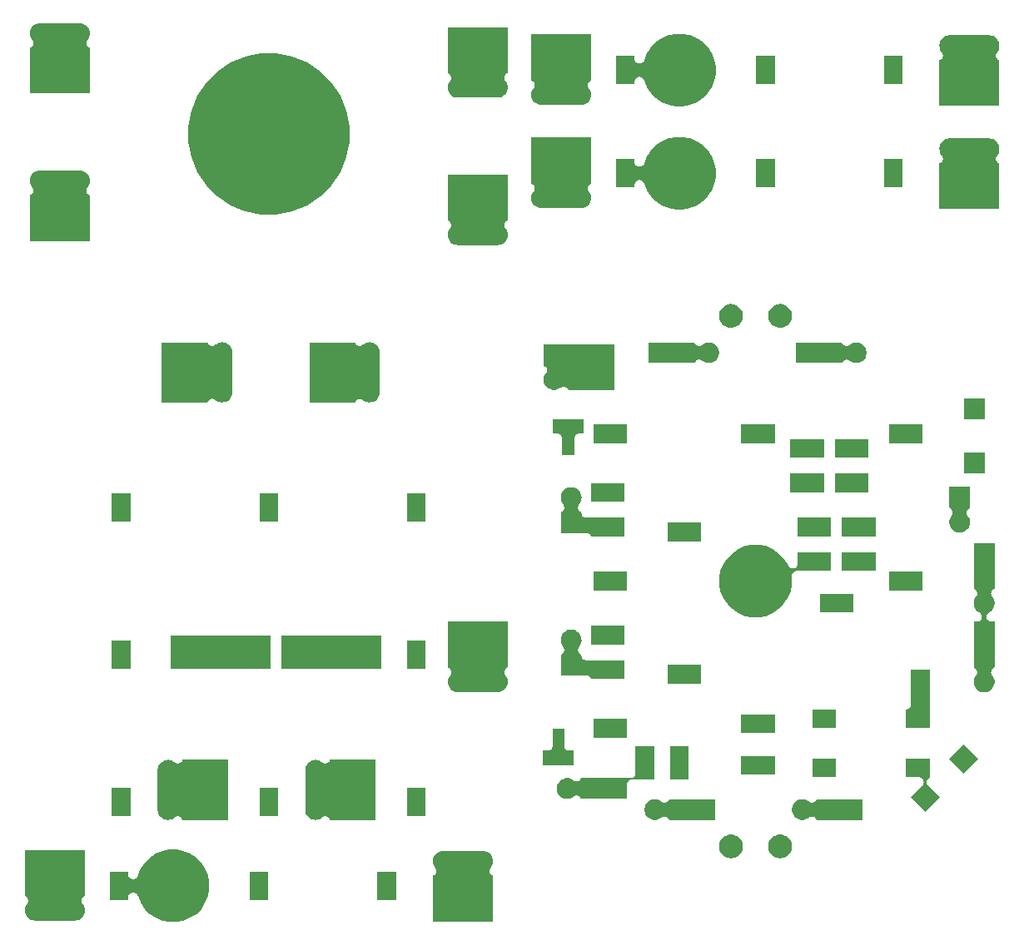
<source format=gbr>
G04 #@! TF.GenerationSoftware,KiCad,Pcbnew,(5.0.0-3-g5ebb6b6)*
G04 #@! TF.CreationDate,2019-01-04T11:31:46+03:00*
G04 #@! TF.ProjectId,uad,7561642E6B696361645F706362000000,rev?*
G04 #@! TF.SameCoordinates,Original*
G04 #@! TF.FileFunction,Soldermask,Bot*
G04 #@! TF.FilePolarity,Negative*
%FSLAX46Y46*%
G04 Gerber Fmt 4.6, Leading zero omitted, Abs format (unit mm)*
G04 Created by KiCad (PCBNEW (5.0.0-3-g5ebb6b6)) date *
%MOMM*%
%LPD*%
G01*
G04 APERTURE LIST*
%ADD10C,0.100000*%
G04 APERTURE END LIST*
D10*
G36*
X86579250Y-139942189D02*
X87252607Y-140221102D01*
X87858613Y-140626022D01*
X88373978Y-141141387D01*
X88778898Y-141747393D01*
X89057811Y-142420750D01*
X89200000Y-143135582D01*
X89200000Y-143864418D01*
X89057811Y-144579250D01*
X88778898Y-145252607D01*
X88373978Y-145858613D01*
X87858613Y-146373978D01*
X87252607Y-146778898D01*
X86579250Y-147057811D01*
X85864418Y-147200000D01*
X85135582Y-147200000D01*
X84420750Y-147057811D01*
X83747393Y-146778898D01*
X83141387Y-146373978D01*
X82626022Y-145858613D01*
X82221102Y-145252607D01*
X82180731Y-145155143D01*
X81942190Y-144579253D01*
X81942189Y-144579250D01*
X81940391Y-144570212D01*
X81911940Y-144476422D01*
X81865735Y-144389978D01*
X81803554Y-144314210D01*
X81727785Y-144252028D01*
X81641342Y-144205823D01*
X81547546Y-144177370D01*
X81450000Y-144167763D01*
X81352455Y-144177370D01*
X81258659Y-144205823D01*
X81172215Y-144252028D01*
X81096447Y-144314209D01*
X81034265Y-144389978D01*
X80988060Y-144476421D01*
X80959607Y-144570217D01*
X80950000Y-144667763D01*
X80950000Y-144950000D01*
X79050000Y-144950000D01*
X79050000Y-142050000D01*
X80950000Y-142050000D01*
X80950000Y-142332237D01*
X80959607Y-142429782D01*
X80988060Y-142523579D01*
X81034265Y-142610022D01*
X81096447Y-142685790D01*
X81172215Y-142747972D01*
X81258658Y-142794177D01*
X81352455Y-142822630D01*
X81450000Y-142832237D01*
X81547545Y-142822630D01*
X81641342Y-142794177D01*
X81727785Y-142747972D01*
X81803553Y-142685790D01*
X81865735Y-142610022D01*
X81911940Y-142523579D01*
X81940391Y-142429788D01*
X81942189Y-142420750D01*
X81989225Y-142307196D01*
X82221102Y-141747393D01*
X82450709Y-141403762D01*
X82626022Y-141141387D01*
X83141387Y-140626022D01*
X83747393Y-140221102D01*
X84420750Y-139942189D01*
X85135582Y-139800000D01*
X85864418Y-139800000D01*
X86579250Y-139942189D01*
X86579250Y-139942189D01*
G37*
G36*
X117205836Y-139965193D02*
X117403762Y-140025233D01*
X117586171Y-140122733D01*
X117746054Y-140253946D01*
X117877267Y-140413829D01*
X117974767Y-140596238D01*
X118034807Y-140794164D01*
X118055080Y-141000000D01*
X118034807Y-141205836D01*
X117974767Y-141403762D01*
X117877267Y-141586171D01*
X117806166Y-141672808D01*
X117751714Y-141754301D01*
X117714204Y-141844857D01*
X117695082Y-141940991D01*
X117695082Y-142039008D01*
X117714204Y-142135142D01*
X117751713Y-142225698D01*
X117806168Y-142307196D01*
X117875477Y-142376505D01*
X117956975Y-142430960D01*
X118047531Y-142468470D01*
X118050000Y-142468961D01*
X118050000Y-147130000D01*
X111950000Y-147130000D01*
X111950000Y-142466703D01*
X111998668Y-142451940D01*
X112085111Y-142405735D01*
X112160879Y-142343553D01*
X112223061Y-142267785D01*
X112269266Y-142181342D01*
X112297719Y-142087545D01*
X112307326Y-141990000D01*
X112297719Y-141892455D01*
X112269266Y-141798658D01*
X112223061Y-141712215D01*
X112193838Y-141672812D01*
X112122733Y-141586171D01*
X112025233Y-141403762D01*
X111965193Y-141205836D01*
X111944920Y-141000000D01*
X111965193Y-140794164D01*
X112025233Y-140596238D01*
X112122733Y-140413829D01*
X112253946Y-140253946D01*
X112413829Y-140122733D01*
X112596238Y-140025233D01*
X112794164Y-139965193D01*
X112948422Y-139950000D01*
X117051578Y-139950000D01*
X117205836Y-139965193D01*
X117205836Y-139965193D01*
G37*
G36*
X76550000Y-144533297D02*
X76501332Y-144548060D01*
X76414889Y-144594265D01*
X76339121Y-144656447D01*
X76276939Y-144732215D01*
X76230734Y-144818658D01*
X76202281Y-144912455D01*
X76192674Y-145010000D01*
X76202281Y-145107545D01*
X76230734Y-145201342D01*
X76276939Y-145287785D01*
X76306162Y-145327188D01*
X76377267Y-145413829D01*
X76474767Y-145596238D01*
X76534807Y-145794164D01*
X76555080Y-146000000D01*
X76534807Y-146205836D01*
X76474767Y-146403762D01*
X76377267Y-146586171D01*
X76246054Y-146746054D01*
X76086171Y-146877267D01*
X75903762Y-146974767D01*
X75705836Y-147034807D01*
X75551578Y-147050000D01*
X71448422Y-147050000D01*
X71294164Y-147034807D01*
X71096238Y-146974767D01*
X70913829Y-146877267D01*
X70753946Y-146746054D01*
X70622733Y-146586171D01*
X70525233Y-146403762D01*
X70465193Y-146205836D01*
X70444920Y-146000000D01*
X70465193Y-145794164D01*
X70525233Y-145596238D01*
X70622733Y-145413829D01*
X70693834Y-145327192D01*
X70748286Y-145245699D01*
X70785796Y-145155143D01*
X70804918Y-145059009D01*
X70804918Y-144960992D01*
X70785796Y-144864858D01*
X70748287Y-144774302D01*
X70693832Y-144692804D01*
X70624523Y-144623495D01*
X70543025Y-144569040D01*
X70452469Y-144531530D01*
X70450000Y-144531039D01*
X70450000Y-139870000D01*
X76550000Y-139870000D01*
X76550000Y-144533297D01*
X76550000Y-144533297D01*
G37*
G36*
X108200000Y-144950000D02*
X106300000Y-144950000D01*
X106300000Y-142050000D01*
X108200000Y-142050000D01*
X108200000Y-144950000D01*
X108200000Y-144950000D01*
G37*
G36*
X95200000Y-144950000D02*
X93300000Y-144950000D01*
X93300000Y-142050000D01*
X95200000Y-142050000D01*
X95200000Y-144950000D01*
X95200000Y-144950000D01*
G37*
G36*
X147460925Y-138318446D02*
X147600030Y-138346116D01*
X147818413Y-138436573D01*
X148014958Y-138567900D01*
X148182100Y-138735042D01*
X148313427Y-138931587D01*
X148403884Y-139149970D01*
X148450000Y-139381812D01*
X148450000Y-139618188D01*
X148403884Y-139850030D01*
X148313427Y-140068413D01*
X148182100Y-140264958D01*
X148014958Y-140432100D01*
X147818413Y-140563427D01*
X147600030Y-140653884D01*
X147460925Y-140681554D01*
X147368190Y-140700000D01*
X147131810Y-140700000D01*
X147039075Y-140681554D01*
X146899970Y-140653884D01*
X146681587Y-140563427D01*
X146485042Y-140432100D01*
X146317900Y-140264958D01*
X146186573Y-140068413D01*
X146096116Y-139850030D01*
X146050000Y-139618188D01*
X146050000Y-139381812D01*
X146096116Y-139149970D01*
X146186573Y-138931587D01*
X146317900Y-138735042D01*
X146485042Y-138567900D01*
X146681587Y-138436573D01*
X146899970Y-138346116D01*
X147039075Y-138318446D01*
X147131810Y-138300000D01*
X147368190Y-138300000D01*
X147460925Y-138318446D01*
X147460925Y-138318446D01*
G37*
G36*
X142460925Y-138318446D02*
X142600030Y-138346116D01*
X142818413Y-138436573D01*
X143014958Y-138567900D01*
X143182100Y-138735042D01*
X143313427Y-138931587D01*
X143403884Y-139149970D01*
X143450000Y-139381812D01*
X143450000Y-139618188D01*
X143403884Y-139850030D01*
X143313427Y-140068413D01*
X143182100Y-140264958D01*
X143014958Y-140432100D01*
X142818413Y-140563427D01*
X142600030Y-140653884D01*
X142460925Y-140681554D01*
X142368190Y-140700000D01*
X142131810Y-140700000D01*
X142039075Y-140681554D01*
X141899970Y-140653884D01*
X141681587Y-140563427D01*
X141485042Y-140432100D01*
X141317900Y-140264958D01*
X141186573Y-140068413D01*
X141096116Y-139850030D01*
X141050000Y-139618188D01*
X141050000Y-139381812D01*
X141096116Y-139149970D01*
X141186573Y-138931587D01*
X141317900Y-138735042D01*
X141485042Y-138567900D01*
X141681587Y-138436573D01*
X141899970Y-138346116D01*
X142039075Y-138318446D01*
X142131810Y-138300000D01*
X142368190Y-138300000D01*
X142460925Y-138318446D01*
X142460925Y-138318446D01*
G37*
G36*
X85205835Y-130715193D02*
X85403761Y-130775233D01*
X85586171Y-130872733D01*
X85672810Y-130943836D01*
X85754303Y-130998287D01*
X85844859Y-131035796D01*
X85940993Y-131054918D01*
X86039010Y-131054918D01*
X86135143Y-131035796D01*
X86225699Y-130998286D01*
X86307198Y-130943831D01*
X86376506Y-130874522D01*
X86430961Y-130793023D01*
X86468470Y-130702467D01*
X86468836Y-130700000D01*
X91130000Y-130700000D01*
X91130000Y-136800000D01*
X86466703Y-136800000D01*
X86451940Y-136751332D01*
X86405735Y-136664889D01*
X86343553Y-136589121D01*
X86267785Y-136526939D01*
X86181342Y-136480734D01*
X86087545Y-136452281D01*
X85990000Y-136442674D01*
X85892455Y-136452281D01*
X85798658Y-136480734D01*
X85712215Y-136526939D01*
X85672812Y-136556162D01*
X85586171Y-136627267D01*
X85403762Y-136724767D01*
X85205836Y-136784807D01*
X85000000Y-136805080D01*
X84794165Y-136784807D01*
X84596239Y-136724767D01*
X84413830Y-136627267D01*
X84253947Y-136496054D01*
X84122734Y-136336171D01*
X84025234Y-136153762D01*
X83965194Y-135955836D01*
X83950001Y-135801578D01*
X83950000Y-131698423D01*
X83965193Y-131544165D01*
X84025233Y-131346239D01*
X84122733Y-131163829D01*
X84253946Y-131003946D01*
X84413829Y-130872733D01*
X84596238Y-130775233D01*
X84794164Y-130715193D01*
X85000000Y-130694920D01*
X85205835Y-130715193D01*
X85205835Y-130715193D01*
G37*
G36*
X100205835Y-130715193D02*
X100403761Y-130775233D01*
X100586171Y-130872733D01*
X100672810Y-130943836D01*
X100754303Y-130998287D01*
X100844859Y-131035796D01*
X100940993Y-131054918D01*
X101039010Y-131054918D01*
X101135143Y-131035796D01*
X101225699Y-130998286D01*
X101307198Y-130943831D01*
X101376506Y-130874522D01*
X101430961Y-130793023D01*
X101468470Y-130702467D01*
X101468836Y-130700000D01*
X106130000Y-130700000D01*
X106130000Y-136800000D01*
X101466703Y-136800000D01*
X101451940Y-136751332D01*
X101405735Y-136664889D01*
X101343553Y-136589121D01*
X101267785Y-136526939D01*
X101181342Y-136480734D01*
X101087545Y-136452281D01*
X100990000Y-136442674D01*
X100892455Y-136452281D01*
X100798658Y-136480734D01*
X100712215Y-136526939D01*
X100672812Y-136556162D01*
X100586171Y-136627267D01*
X100403762Y-136724767D01*
X100205836Y-136784807D01*
X100000000Y-136805080D01*
X99794165Y-136784807D01*
X99596239Y-136724767D01*
X99413830Y-136627267D01*
X99253947Y-136496054D01*
X99122734Y-136336171D01*
X99025234Y-136153762D01*
X98965194Y-135955836D01*
X98950001Y-135801578D01*
X98950000Y-131698423D01*
X98965193Y-131544165D01*
X99025233Y-131346239D01*
X99122733Y-131163829D01*
X99253946Y-131003946D01*
X99413829Y-130872733D01*
X99596238Y-130775233D01*
X99794164Y-130715193D01*
X100000000Y-130694920D01*
X100205835Y-130715193D01*
X100205835Y-130715193D01*
G37*
G36*
X149806274Y-134740350D02*
X149997362Y-134819502D01*
X150169336Y-134934411D01*
X150169337Y-134934412D01*
X150208014Y-134960255D01*
X150212215Y-134963703D01*
X150298658Y-135009908D01*
X150392455Y-135038361D01*
X150490000Y-135047968D01*
X150587545Y-135038361D01*
X150681342Y-135009908D01*
X150767785Y-134963703D01*
X150843553Y-134901521D01*
X150905735Y-134825753D01*
X150951940Y-134739310D01*
X150963865Y-134700000D01*
X155630000Y-134700000D01*
X155630000Y-136800000D01*
X150963865Y-136800000D01*
X150951940Y-136760690D01*
X150905735Y-136674247D01*
X150843553Y-136598479D01*
X150767785Y-136536297D01*
X150681342Y-136490092D01*
X150587545Y-136461639D01*
X150490000Y-136452032D01*
X150392455Y-136461639D01*
X150298658Y-136490092D01*
X150212215Y-136536297D01*
X150208014Y-136539745D01*
X150169337Y-136565588D01*
X150169336Y-136565589D01*
X149997362Y-136680498D01*
X149806274Y-136759650D01*
X149603416Y-136800000D01*
X149396584Y-136800000D01*
X149193726Y-136759650D01*
X149002638Y-136680498D01*
X148830664Y-136565589D01*
X148830662Y-136565587D01*
X148830659Y-136565585D01*
X148684415Y-136419341D01*
X148684413Y-136419338D01*
X148684411Y-136419336D01*
X148569502Y-136247362D01*
X148490350Y-136056274D01*
X148450000Y-135853416D01*
X148450000Y-135646584D01*
X148490350Y-135443726D01*
X148569502Y-135252638D01*
X148684411Y-135080664D01*
X148684413Y-135080662D01*
X148684415Y-135080659D01*
X148830659Y-134934415D01*
X148830662Y-134934413D01*
X148830664Y-134934411D01*
X149002638Y-134819502D01*
X149193726Y-134740350D01*
X149396584Y-134700000D01*
X149603416Y-134700000D01*
X149806274Y-134740350D01*
X149806274Y-134740350D01*
G37*
G36*
X134806274Y-134740350D02*
X134997362Y-134819502D01*
X135169336Y-134934411D01*
X135169337Y-134934412D01*
X135208014Y-134960255D01*
X135212215Y-134963703D01*
X135298658Y-135009908D01*
X135392455Y-135038361D01*
X135490000Y-135047968D01*
X135587545Y-135038361D01*
X135681342Y-135009908D01*
X135767785Y-134963703D01*
X135843553Y-134901521D01*
X135905735Y-134825753D01*
X135951940Y-134739310D01*
X135963865Y-134700000D01*
X140630000Y-134700000D01*
X140630000Y-136800000D01*
X135963865Y-136800000D01*
X135951940Y-136760690D01*
X135905735Y-136674247D01*
X135843553Y-136598479D01*
X135767785Y-136536297D01*
X135681342Y-136490092D01*
X135587545Y-136461639D01*
X135490000Y-136452032D01*
X135392455Y-136461639D01*
X135298658Y-136490092D01*
X135212215Y-136536297D01*
X135208014Y-136539745D01*
X135169337Y-136565588D01*
X135169336Y-136565589D01*
X134997362Y-136680498D01*
X134806274Y-136759650D01*
X134603416Y-136800000D01*
X134396584Y-136800000D01*
X134193726Y-136759650D01*
X134002638Y-136680498D01*
X133830664Y-136565589D01*
X133830662Y-136565587D01*
X133830659Y-136565585D01*
X133684415Y-136419341D01*
X133684413Y-136419338D01*
X133684411Y-136419336D01*
X133569502Y-136247362D01*
X133490350Y-136056274D01*
X133450000Y-135853416D01*
X133450000Y-135646584D01*
X133490350Y-135443726D01*
X133569502Y-135252638D01*
X133684411Y-135080664D01*
X133684413Y-135080662D01*
X133684415Y-135080659D01*
X133830659Y-134934415D01*
X133830662Y-134934413D01*
X133830664Y-134934411D01*
X134002638Y-134819502D01*
X134193726Y-134740350D01*
X134396584Y-134700000D01*
X134603416Y-134700000D01*
X134806274Y-134740350D01*
X134806274Y-134740350D01*
G37*
G36*
X111200000Y-136450000D02*
X109300000Y-136450000D01*
X109300000Y-133550000D01*
X111200000Y-133550000D01*
X111200000Y-136450000D01*
X111200000Y-136450000D01*
G37*
G36*
X81200000Y-136450000D02*
X79300000Y-136450000D01*
X79300000Y-133550000D01*
X81200000Y-133550000D01*
X81200000Y-136450000D01*
X81200000Y-136450000D01*
G37*
G36*
X96200000Y-136450000D02*
X94300000Y-136450000D01*
X94300000Y-133550000D01*
X96200000Y-133550000D01*
X96200000Y-136450000D01*
X96200000Y-136450000D01*
G37*
G36*
X162450000Y-132488428D02*
X162364246Y-132534265D01*
X162288478Y-132596447D01*
X162226296Y-132672215D01*
X162180091Y-132758658D01*
X162151638Y-132852455D01*
X162142031Y-132950000D01*
X162151638Y-133047545D01*
X162180091Y-133141342D01*
X162226296Y-133227785D01*
X162288478Y-133303553D01*
X163484925Y-134500000D01*
X162000000Y-135984925D01*
X160515075Y-134500000D01*
X161711522Y-133303553D01*
X161773704Y-133227785D01*
X161819909Y-133141342D01*
X161848362Y-133047545D01*
X161857969Y-132950000D01*
X161848362Y-132852455D01*
X161819909Y-132758658D01*
X161773704Y-132672215D01*
X161711522Y-132596447D01*
X161635754Y-132534265D01*
X161549311Y-132488060D01*
X161455514Y-132459607D01*
X161357969Y-132450000D01*
X160050000Y-132450000D01*
X160050000Y-130550000D01*
X162450000Y-130550000D01*
X162450000Y-132488428D01*
X162450000Y-132488428D01*
G37*
G36*
X134450000Y-132700000D02*
X132150000Y-132700000D01*
X132052455Y-132709607D01*
X131958658Y-132738060D01*
X131872215Y-132784265D01*
X131796447Y-132846447D01*
X131734265Y-132922215D01*
X131688060Y-133008658D01*
X131659607Y-133102455D01*
X131650000Y-133200000D01*
X131650000Y-134650000D01*
X127015563Y-134650000D01*
X127011940Y-134638058D01*
X126965735Y-134551615D01*
X126903553Y-134475847D01*
X126827785Y-134413665D01*
X126741342Y-134367460D01*
X126647545Y-134339007D01*
X126550000Y-134329400D01*
X126452455Y-134339007D01*
X126358658Y-134367460D01*
X126272216Y-134413664D01*
X126269338Y-134415587D01*
X126269336Y-134415589D01*
X126097362Y-134530498D01*
X125906274Y-134609650D01*
X125703416Y-134650000D01*
X125496584Y-134650000D01*
X125293726Y-134609650D01*
X125102638Y-134530498D01*
X124930664Y-134415589D01*
X124930662Y-134415587D01*
X124930659Y-134415585D01*
X124784415Y-134269341D01*
X124784413Y-134269338D01*
X124784411Y-134269336D01*
X124669502Y-134097362D01*
X124590350Y-133906274D01*
X124550000Y-133703416D01*
X124550000Y-133496584D01*
X124590350Y-133293726D01*
X124669502Y-133102638D01*
X124784411Y-132930664D01*
X124784413Y-132930662D01*
X124784415Y-132930659D01*
X124930659Y-132784415D01*
X124930662Y-132784413D01*
X124930664Y-132784411D01*
X125102638Y-132669502D01*
X125293726Y-132590350D01*
X125496584Y-132550000D01*
X125703416Y-132550000D01*
X125906274Y-132590350D01*
X126097362Y-132669502D01*
X126269336Y-132784411D01*
X126269338Y-132784413D01*
X126272216Y-132786336D01*
X126358660Y-132832540D01*
X126452456Y-132860993D01*
X126550002Y-132870600D01*
X126647547Y-132860992D01*
X126741343Y-132832539D01*
X126827786Y-132786334D01*
X126903554Y-132724152D01*
X126965736Y-132648384D01*
X127011940Y-132561940D01*
X127015562Y-132550000D01*
X132050000Y-132550000D01*
X132147545Y-132540393D01*
X132241342Y-132511940D01*
X132327785Y-132465735D01*
X132403553Y-132403553D01*
X132465735Y-132327785D01*
X132511940Y-132241342D01*
X132540393Y-132147545D01*
X132550000Y-132050000D01*
X132550000Y-129300000D01*
X134450000Y-129300000D01*
X134450000Y-132700000D01*
X134450000Y-132700000D01*
G37*
G36*
X137950000Y-132700000D02*
X136050000Y-132700000D01*
X136050000Y-129300000D01*
X137950000Y-129300000D01*
X137950000Y-132700000D01*
X137950000Y-132700000D01*
G37*
G36*
X152950000Y-132450000D02*
X150550000Y-132450000D01*
X150550000Y-130550000D01*
X152950000Y-130550000D01*
X152950000Y-132450000D01*
X152950000Y-132450000D01*
G37*
G36*
X146700000Y-132200000D02*
X143300000Y-132200000D01*
X143300000Y-130300000D01*
X146700000Y-130300000D01*
X146700000Y-132200000D01*
X146700000Y-132200000D01*
G37*
G36*
X167374012Y-130610913D02*
X165889087Y-132095838D01*
X164404162Y-130610913D01*
X165889087Y-129125988D01*
X167374012Y-130610913D01*
X167374012Y-130610913D01*
G37*
G36*
X125300000Y-129250000D02*
X125309607Y-129347545D01*
X125338060Y-129441342D01*
X125384265Y-129527785D01*
X125446447Y-129603553D01*
X125522215Y-129665735D01*
X125608658Y-129711940D01*
X125702455Y-129740393D01*
X125800000Y-129750000D01*
X126250000Y-129750000D01*
X126250000Y-131250000D01*
X123150000Y-131250000D01*
X123150000Y-129750000D01*
X123600000Y-129750000D01*
X123697545Y-129740393D01*
X123791342Y-129711940D01*
X123877785Y-129665735D01*
X123953553Y-129603553D01*
X124015735Y-129527785D01*
X124061940Y-129441342D01*
X124090393Y-129347545D01*
X124100000Y-129250000D01*
X124100000Y-127550000D01*
X125300000Y-127550000D01*
X125300000Y-129250000D01*
X125300000Y-129250000D01*
G37*
G36*
X131700000Y-128450000D02*
X128300000Y-128450000D01*
X128300000Y-126550000D01*
X131700000Y-126550000D01*
X131700000Y-128450000D01*
X131700000Y-128450000D01*
G37*
G36*
X146700000Y-127950000D02*
X143300000Y-127950000D01*
X143300000Y-126050000D01*
X146700000Y-126050000D01*
X146700000Y-127950000D01*
X146700000Y-127950000D01*
G37*
G36*
X162450000Y-127450000D02*
X160050000Y-127450000D01*
X160050000Y-125550000D01*
X160147545Y-125540393D01*
X160241342Y-125511940D01*
X160327785Y-125465735D01*
X160403553Y-125403553D01*
X160465735Y-125327785D01*
X160511940Y-125241342D01*
X160540393Y-125147545D01*
X160550000Y-125050000D01*
X160550000Y-121550000D01*
X162450000Y-121550000D01*
X162450000Y-127450000D01*
X162450000Y-127450000D01*
G37*
G36*
X152950000Y-127450000D02*
X150550000Y-127450000D01*
X150550000Y-125550000D01*
X152950000Y-125550000D01*
X152950000Y-127450000D01*
X152950000Y-127450000D01*
G37*
G36*
X119550000Y-121283297D02*
X119501332Y-121298060D01*
X119414889Y-121344265D01*
X119339121Y-121406447D01*
X119276939Y-121482215D01*
X119230734Y-121568658D01*
X119202281Y-121662455D01*
X119192674Y-121760000D01*
X119202281Y-121857545D01*
X119230734Y-121951342D01*
X119276939Y-122037785D01*
X119306162Y-122077188D01*
X119377267Y-122163829D01*
X119474767Y-122346238D01*
X119534807Y-122544164D01*
X119555080Y-122750000D01*
X119534807Y-122955836D01*
X119474767Y-123153762D01*
X119377267Y-123336171D01*
X119246054Y-123496054D01*
X119086171Y-123627267D01*
X118903762Y-123724767D01*
X118705836Y-123784807D01*
X118551578Y-123800000D01*
X114448422Y-123800000D01*
X114294164Y-123784807D01*
X114096238Y-123724767D01*
X113913829Y-123627267D01*
X113753946Y-123496054D01*
X113622733Y-123336171D01*
X113525233Y-123153762D01*
X113465193Y-122955836D01*
X113444920Y-122750000D01*
X113465193Y-122544164D01*
X113525233Y-122346238D01*
X113622733Y-122163829D01*
X113693834Y-122077192D01*
X113748286Y-121995699D01*
X113785796Y-121905143D01*
X113804918Y-121809009D01*
X113804918Y-121710992D01*
X113785796Y-121614858D01*
X113748287Y-121524302D01*
X113693832Y-121442804D01*
X113624523Y-121373495D01*
X113543025Y-121319040D01*
X113452469Y-121281530D01*
X113450000Y-121281039D01*
X113450000Y-116620000D01*
X119550000Y-116620000D01*
X119550000Y-121283297D01*
X119550000Y-121283297D01*
G37*
G36*
X169050000Y-113286135D02*
X169010690Y-113298060D01*
X168924247Y-113344265D01*
X168848479Y-113406447D01*
X168786297Y-113482215D01*
X168740092Y-113568658D01*
X168711639Y-113662455D01*
X168702032Y-113760000D01*
X168711639Y-113857545D01*
X168740092Y-113951342D01*
X168786297Y-114037785D01*
X168789745Y-114041986D01*
X168815588Y-114080663D01*
X168815589Y-114080664D01*
X168930498Y-114252638D01*
X169009650Y-114443726D01*
X169050000Y-114646584D01*
X169050000Y-114853416D01*
X169009650Y-115056274D01*
X168930498Y-115247362D01*
X168815589Y-115419336D01*
X168815587Y-115419338D01*
X168815585Y-115419341D01*
X168669341Y-115565585D01*
X168669338Y-115565587D01*
X168669336Y-115565589D01*
X168497362Y-115680498D01*
X168497358Y-115680500D01*
X168461792Y-115704264D01*
X168386024Y-115766446D01*
X168323842Y-115842214D01*
X168277637Y-115928657D01*
X168249184Y-116022453D01*
X168239576Y-116119999D01*
X168249183Y-116217544D01*
X168277636Y-116311340D01*
X168323840Y-116397784D01*
X168386022Y-116473552D01*
X168461790Y-116535734D01*
X168548233Y-116581939D01*
X168642029Y-116610392D01*
X168739576Y-116620000D01*
X169050000Y-116620000D01*
X169050000Y-121286135D01*
X169010690Y-121298060D01*
X168924247Y-121344265D01*
X168848479Y-121406447D01*
X168786297Y-121482215D01*
X168740092Y-121568658D01*
X168711639Y-121662455D01*
X168702032Y-121760000D01*
X168711639Y-121857545D01*
X168740092Y-121951342D01*
X168786297Y-122037785D01*
X168789745Y-122041986D01*
X168815588Y-122080663D01*
X168815589Y-122080664D01*
X168930498Y-122252638D01*
X169009650Y-122443726D01*
X169050000Y-122646584D01*
X169050000Y-122853416D01*
X169009650Y-123056274D01*
X168930498Y-123247362D01*
X168815589Y-123419336D01*
X168815587Y-123419338D01*
X168815585Y-123419341D01*
X168669341Y-123565585D01*
X168669338Y-123565587D01*
X168669336Y-123565589D01*
X168497362Y-123680498D01*
X168306274Y-123759650D01*
X168103416Y-123800000D01*
X167896584Y-123800000D01*
X167693726Y-123759650D01*
X167502638Y-123680498D01*
X167330664Y-123565589D01*
X167330662Y-123565587D01*
X167330659Y-123565585D01*
X167184415Y-123419341D01*
X167184413Y-123419338D01*
X167184411Y-123419336D01*
X167069502Y-123247362D01*
X166990350Y-123056274D01*
X166950000Y-122853416D01*
X166950000Y-122646584D01*
X166990350Y-122443726D01*
X167069502Y-122252638D01*
X167184411Y-122080664D01*
X167184412Y-122080663D01*
X167210255Y-122041986D01*
X167213703Y-122037785D01*
X167259908Y-121951342D01*
X167288361Y-121857545D01*
X167297968Y-121760000D01*
X167288361Y-121662455D01*
X167259908Y-121568658D01*
X167213703Y-121482215D01*
X167151521Y-121406447D01*
X167075753Y-121344265D01*
X166989310Y-121298060D01*
X166950000Y-121286135D01*
X166950000Y-116620000D01*
X167260424Y-116620000D01*
X167357969Y-116610393D01*
X167451766Y-116581940D01*
X167538209Y-116535735D01*
X167613977Y-116473553D01*
X167676159Y-116397785D01*
X167722364Y-116311342D01*
X167750817Y-116217545D01*
X167760424Y-116120000D01*
X167750817Y-116022455D01*
X167722364Y-115928658D01*
X167676159Y-115842215D01*
X167613977Y-115766447D01*
X167538208Y-115704264D01*
X167502642Y-115680500D01*
X167502638Y-115680498D01*
X167330664Y-115565589D01*
X167330662Y-115565587D01*
X167330659Y-115565585D01*
X167184415Y-115419341D01*
X167184413Y-115419338D01*
X167184411Y-115419336D01*
X167069502Y-115247362D01*
X166990350Y-115056274D01*
X166950000Y-114853416D01*
X166950000Y-114646584D01*
X166990350Y-114443726D01*
X167069502Y-114252638D01*
X167184411Y-114080664D01*
X167184412Y-114080663D01*
X167210255Y-114041986D01*
X167213703Y-114037785D01*
X167259908Y-113951342D01*
X167288361Y-113857545D01*
X167297968Y-113760000D01*
X167288361Y-113662455D01*
X167259908Y-113568658D01*
X167213703Y-113482215D01*
X167151521Y-113406447D01*
X167075753Y-113344265D01*
X166989310Y-113298060D01*
X166950000Y-113286135D01*
X166950000Y-108620000D01*
X169050000Y-108620000D01*
X169050000Y-113286135D01*
X169050000Y-113286135D01*
G37*
G36*
X139200000Y-122950000D02*
X135800000Y-122950000D01*
X135800000Y-121050000D01*
X139200000Y-121050000D01*
X139200000Y-122950000D01*
X139200000Y-122950000D01*
G37*
G36*
X126306274Y-117490350D02*
X126497362Y-117569502D01*
X126669336Y-117684411D01*
X126669338Y-117684413D01*
X126669341Y-117684415D01*
X126815585Y-117830659D01*
X126815587Y-117830662D01*
X126815589Y-117830664D01*
X126930498Y-118002638D01*
X127009650Y-118193726D01*
X127050000Y-118396584D01*
X127059607Y-118444882D01*
X127076327Y-118500000D01*
X127059607Y-118555118D01*
X127050000Y-118603416D01*
X127009650Y-118806274D01*
X126930498Y-118997362D01*
X126821827Y-119160000D01*
X126789745Y-119208014D01*
X126786297Y-119212215D01*
X126740092Y-119298658D01*
X126711639Y-119392455D01*
X126702032Y-119490000D01*
X126711639Y-119587545D01*
X126740092Y-119681342D01*
X126786297Y-119767785D01*
X126848479Y-119843553D01*
X126924247Y-119905735D01*
X127010690Y-119951940D01*
X127050000Y-119963865D01*
X127050000Y-120050000D01*
X127059607Y-120147545D01*
X127088060Y-120241342D01*
X127134265Y-120327785D01*
X127196447Y-120403553D01*
X127272215Y-120465735D01*
X127358658Y-120511940D01*
X127452455Y-120540393D01*
X127550000Y-120550000D01*
X131450000Y-120550000D01*
X131450000Y-122450000D01*
X128027514Y-122450000D01*
X128011940Y-122398658D01*
X127965735Y-122312215D01*
X127903553Y-122236447D01*
X127827785Y-122174265D01*
X127741342Y-122128060D01*
X127647545Y-122099607D01*
X127550000Y-122090000D01*
X124950000Y-122090000D01*
X124950000Y-119963865D01*
X124989310Y-119951940D01*
X125075753Y-119905735D01*
X125151521Y-119843553D01*
X125213703Y-119767785D01*
X125259908Y-119681342D01*
X125288361Y-119587545D01*
X125297968Y-119490000D01*
X125288361Y-119392455D01*
X125259908Y-119298658D01*
X125213703Y-119212215D01*
X125210255Y-119208014D01*
X125178173Y-119160000D01*
X125069502Y-118997362D01*
X124990350Y-118806274D01*
X124950000Y-118603416D01*
X124950000Y-118396584D01*
X124990350Y-118193726D01*
X125069502Y-118002638D01*
X125184411Y-117830664D01*
X125184413Y-117830662D01*
X125184415Y-117830659D01*
X125330659Y-117684415D01*
X125330662Y-117684413D01*
X125330664Y-117684411D01*
X125502638Y-117569502D01*
X125693726Y-117490350D01*
X125896584Y-117450000D01*
X126103416Y-117450000D01*
X126306274Y-117490350D01*
X126306274Y-117490350D01*
G37*
G36*
X81200000Y-121450000D02*
X79300000Y-121450000D01*
X79300000Y-118550000D01*
X81200000Y-118550000D01*
X81200000Y-121450000D01*
X81200000Y-121450000D01*
G37*
G36*
X95450000Y-121450000D02*
X85300000Y-121450000D01*
X85300000Y-118050000D01*
X95450000Y-118050000D01*
X95450000Y-121450000D01*
X95450000Y-121450000D01*
G37*
G36*
X106700000Y-121450000D02*
X96550000Y-121450000D01*
X96550000Y-118050000D01*
X106700000Y-118050000D01*
X106700000Y-121450000D01*
X106700000Y-121450000D01*
G37*
G36*
X111200000Y-121450000D02*
X109300000Y-121450000D01*
X109300000Y-118550000D01*
X111200000Y-118550000D01*
X111200000Y-121450000D01*
X111200000Y-121450000D01*
G37*
G36*
X131450000Y-118950000D02*
X128050000Y-118950000D01*
X128050000Y-118652662D01*
X128040393Y-118555117D01*
X128023673Y-118499999D01*
X128040392Y-118444884D01*
X128050000Y-118347338D01*
X128050000Y-117050000D01*
X131450000Y-117050000D01*
X131450000Y-118950000D01*
X131450000Y-118950000D01*
G37*
G36*
X145829250Y-108942189D02*
X146502607Y-109221102D01*
X147108613Y-109626022D01*
X147623978Y-110141387D01*
X148028898Y-110747393D01*
X148088060Y-110890224D01*
X148134265Y-110976667D01*
X148196447Y-111052435D01*
X148272215Y-111114617D01*
X148358658Y-111160822D01*
X148452455Y-111189275D01*
X148550000Y-111198882D01*
X148647545Y-111189275D01*
X148741342Y-111160822D01*
X148827785Y-111114617D01*
X148903553Y-111052435D01*
X148965735Y-110976667D01*
X149011940Y-110890224D01*
X149040393Y-110796427D01*
X149050000Y-110698882D01*
X149050000Y-109550000D01*
X152450000Y-109550000D01*
X152450000Y-111450000D01*
X148922881Y-111450000D01*
X148825336Y-111459607D01*
X148731539Y-111488060D01*
X148645096Y-111534265D01*
X148569328Y-111596447D01*
X148507146Y-111672215D01*
X148460941Y-111758658D01*
X148432488Y-111852455D01*
X148422881Y-111950000D01*
X148432488Y-112047542D01*
X148450000Y-112135582D01*
X148450000Y-112864418D01*
X148307811Y-113579250D01*
X148028898Y-114252607D01*
X147623978Y-114858613D01*
X147108613Y-115373978D01*
X146502607Y-115778898D01*
X145829250Y-116057811D01*
X145114418Y-116200000D01*
X144385582Y-116200000D01*
X143670750Y-116057811D01*
X142997393Y-115778898D01*
X142391387Y-115373978D01*
X141876022Y-114858613D01*
X141471102Y-114252607D01*
X141192189Y-113579250D01*
X141050000Y-112864418D01*
X141050000Y-112135582D01*
X141192189Y-111420750D01*
X141471102Y-110747393D01*
X141876022Y-110141387D01*
X142391387Y-109626022D01*
X142997393Y-109221102D01*
X143670750Y-108942189D01*
X144385582Y-108800000D01*
X145114418Y-108800000D01*
X145829250Y-108942189D01*
X145829250Y-108942189D01*
G37*
G36*
X154700000Y-115700000D02*
X151300000Y-115700000D01*
X151300000Y-113800000D01*
X154700000Y-113800000D01*
X154700000Y-115700000D01*
X154700000Y-115700000D01*
G37*
G36*
X161700000Y-113450000D02*
X158300000Y-113450000D01*
X158300000Y-111550000D01*
X161700000Y-111550000D01*
X161700000Y-113450000D01*
X161700000Y-113450000D01*
G37*
G36*
X131700000Y-113450000D02*
X128300000Y-113450000D01*
X128300000Y-111550000D01*
X131700000Y-111550000D01*
X131700000Y-113450000D01*
X131700000Y-113450000D01*
G37*
G36*
X156950000Y-111450000D02*
X153550000Y-111450000D01*
X153550000Y-109550000D01*
X156950000Y-109550000D01*
X156950000Y-111450000D01*
X156950000Y-111450000D01*
G37*
G36*
X139200000Y-108450000D02*
X135800000Y-108450000D01*
X135800000Y-106550000D01*
X139200000Y-106550000D01*
X139200000Y-108450000D01*
X139200000Y-108450000D01*
G37*
G36*
X152450000Y-107950000D02*
X149050000Y-107950000D01*
X149050000Y-106050000D01*
X152450000Y-106050000D01*
X152450000Y-107950000D01*
X152450000Y-107950000D01*
G37*
G36*
X126306274Y-102990350D02*
X126497362Y-103069502D01*
X126669336Y-103184411D01*
X126669338Y-103184413D01*
X126669341Y-103184415D01*
X126815585Y-103330659D01*
X126815587Y-103330662D01*
X126815589Y-103330664D01*
X126930498Y-103502638D01*
X127009650Y-103693726D01*
X127050000Y-103896584D01*
X127059607Y-103944882D01*
X127076327Y-104000000D01*
X127059607Y-104055118D01*
X127050000Y-104103416D01*
X127009650Y-104306274D01*
X126930498Y-104497362D01*
X126815589Y-104669336D01*
X126789745Y-104708014D01*
X126786297Y-104712215D01*
X126740092Y-104798658D01*
X126711639Y-104892455D01*
X126702032Y-104990000D01*
X126711639Y-105087545D01*
X126740092Y-105181342D01*
X126786297Y-105267785D01*
X126848479Y-105343553D01*
X126924247Y-105405735D01*
X127010690Y-105451940D01*
X127050000Y-105463865D01*
X127050000Y-105550000D01*
X127059607Y-105647545D01*
X127088060Y-105741342D01*
X127134265Y-105827785D01*
X127196447Y-105903553D01*
X127272215Y-105965735D01*
X127358658Y-106011940D01*
X127452455Y-106040393D01*
X127550000Y-106050000D01*
X131450000Y-106050000D01*
X131450000Y-107950000D01*
X128027514Y-107950000D01*
X128011940Y-107898658D01*
X127965735Y-107812215D01*
X127903553Y-107736447D01*
X127827785Y-107674265D01*
X127741342Y-107628060D01*
X127647545Y-107599607D01*
X127550000Y-107590000D01*
X124950000Y-107590000D01*
X124950000Y-105463865D01*
X124989310Y-105451940D01*
X125075753Y-105405735D01*
X125151521Y-105343553D01*
X125213703Y-105267785D01*
X125259908Y-105181342D01*
X125288361Y-105087545D01*
X125297968Y-104990000D01*
X125288361Y-104892455D01*
X125259908Y-104798658D01*
X125213703Y-104712215D01*
X125210255Y-104708014D01*
X125184411Y-104669336D01*
X125069502Y-104497362D01*
X124990350Y-104306274D01*
X124950000Y-104103416D01*
X124950000Y-103896584D01*
X124990350Y-103693726D01*
X125069502Y-103502638D01*
X125184411Y-103330664D01*
X125184413Y-103330662D01*
X125184415Y-103330659D01*
X125330659Y-103184415D01*
X125330662Y-103184413D01*
X125330664Y-103184411D01*
X125502638Y-103069502D01*
X125693726Y-102990350D01*
X125896584Y-102950000D01*
X126103416Y-102950000D01*
X126306274Y-102990350D01*
X126306274Y-102990350D01*
G37*
G36*
X156950000Y-107950000D02*
X153550000Y-107950000D01*
X153550000Y-106050000D01*
X156950000Y-106050000D01*
X156950000Y-107950000D01*
X156950000Y-107950000D01*
G37*
G36*
X166550000Y-105036135D02*
X166510690Y-105048060D01*
X166424247Y-105094265D01*
X166348479Y-105156447D01*
X166286297Y-105232215D01*
X166240092Y-105318658D01*
X166211639Y-105412455D01*
X166202032Y-105510000D01*
X166211639Y-105607545D01*
X166240092Y-105701342D01*
X166286297Y-105787785D01*
X166289745Y-105791986D01*
X166315588Y-105830663D01*
X166315589Y-105830664D01*
X166430498Y-106002638D01*
X166509650Y-106193726D01*
X166550000Y-106396584D01*
X166550000Y-106603416D01*
X166509650Y-106806274D01*
X166430498Y-106997362D01*
X166315589Y-107169336D01*
X166315587Y-107169338D01*
X166315585Y-107169341D01*
X166169341Y-107315585D01*
X166169338Y-107315587D01*
X166169336Y-107315589D01*
X165997362Y-107430498D01*
X165806274Y-107509650D01*
X165603416Y-107550000D01*
X165396584Y-107550000D01*
X165193726Y-107509650D01*
X165002638Y-107430498D01*
X164830664Y-107315589D01*
X164830662Y-107315587D01*
X164830659Y-107315585D01*
X164684415Y-107169341D01*
X164684413Y-107169338D01*
X164684411Y-107169336D01*
X164569502Y-106997362D01*
X164490350Y-106806274D01*
X164450000Y-106603416D01*
X164450000Y-106396584D01*
X164490350Y-106193726D01*
X164569502Y-106002638D01*
X164684411Y-105830664D01*
X164684412Y-105830663D01*
X164710255Y-105791986D01*
X164713703Y-105787785D01*
X164759908Y-105701342D01*
X164788361Y-105607545D01*
X164797968Y-105510000D01*
X164788361Y-105412455D01*
X164759908Y-105318658D01*
X164713703Y-105232215D01*
X164651521Y-105156447D01*
X164575753Y-105094265D01*
X164489310Y-105048060D01*
X164450000Y-105036135D01*
X164450000Y-102910000D01*
X166550000Y-102910000D01*
X166550000Y-105036135D01*
X166550000Y-105036135D01*
G37*
G36*
X111200000Y-106450000D02*
X109300000Y-106450000D01*
X109300000Y-103550000D01*
X111200000Y-103550000D01*
X111200000Y-106450000D01*
X111200000Y-106450000D01*
G37*
G36*
X81200000Y-106450000D02*
X79300000Y-106450000D01*
X79300000Y-103550000D01*
X81200000Y-103550000D01*
X81200000Y-106450000D01*
X81200000Y-106450000D01*
G37*
G36*
X96200000Y-106450000D02*
X94300000Y-106450000D01*
X94300000Y-103550000D01*
X96200000Y-103550000D01*
X96200000Y-106450000D01*
X96200000Y-106450000D01*
G37*
G36*
X131450000Y-104450000D02*
X128050000Y-104450000D01*
X128050000Y-104152662D01*
X128040393Y-104055117D01*
X128023673Y-103999999D01*
X128040392Y-103944884D01*
X128050000Y-103847338D01*
X128050000Y-102550000D01*
X131450000Y-102550000D01*
X131450000Y-104450000D01*
X131450000Y-104450000D01*
G37*
G36*
X156200000Y-103450000D02*
X152800000Y-103450000D01*
X152800000Y-101550000D01*
X156200000Y-101550000D01*
X156200000Y-103450000D01*
X156200000Y-103450000D01*
G37*
G36*
X151700000Y-103450000D02*
X148300000Y-103450000D01*
X148300000Y-101550000D01*
X151700000Y-101550000D01*
X151700000Y-103450000D01*
X151700000Y-103450000D01*
G37*
G36*
X168050000Y-101550000D02*
X165950000Y-101550000D01*
X165950000Y-99450000D01*
X168050000Y-99450000D01*
X168050000Y-101550000D01*
X168050000Y-101550000D01*
G37*
G36*
X156200000Y-99950000D02*
X152800000Y-99950000D01*
X152800000Y-98050000D01*
X156200000Y-98050000D01*
X156200000Y-99950000D01*
X156200000Y-99950000D01*
G37*
G36*
X151700000Y-99950000D02*
X148300000Y-99950000D01*
X148300000Y-98050000D01*
X151700000Y-98050000D01*
X151700000Y-99950000D01*
X151700000Y-99950000D01*
G37*
G36*
X127250000Y-97500000D02*
X126800000Y-97500000D01*
X126702455Y-97509607D01*
X126608658Y-97538060D01*
X126522215Y-97584265D01*
X126446447Y-97646447D01*
X126384265Y-97722215D01*
X126338060Y-97808658D01*
X126309607Y-97902455D01*
X126300000Y-98000000D01*
X126300000Y-99700000D01*
X125100000Y-99700000D01*
X125100000Y-98000000D01*
X125090393Y-97902455D01*
X125061940Y-97808658D01*
X125015735Y-97722215D01*
X124953553Y-97646447D01*
X124877785Y-97584265D01*
X124791342Y-97538060D01*
X124697545Y-97509607D01*
X124600000Y-97500000D01*
X124150000Y-97500000D01*
X124150000Y-96000000D01*
X127250000Y-96000000D01*
X127250000Y-97500000D01*
X127250000Y-97500000D01*
G37*
G36*
X161700000Y-98450000D02*
X158300000Y-98450000D01*
X158300000Y-96550000D01*
X161700000Y-96550000D01*
X161700000Y-98450000D01*
X161700000Y-98450000D01*
G37*
G36*
X131700000Y-98450000D02*
X128300000Y-98450000D01*
X128300000Y-96550000D01*
X131700000Y-96550000D01*
X131700000Y-98450000D01*
X131700000Y-98450000D01*
G37*
G36*
X146700000Y-98450000D02*
X143300000Y-98450000D01*
X143300000Y-96550000D01*
X146700000Y-96550000D01*
X146700000Y-98450000D01*
X146700000Y-98450000D01*
G37*
G36*
X168050000Y-96050000D02*
X165950000Y-96050000D01*
X165950000Y-93950000D01*
X168050000Y-93950000D01*
X168050000Y-96050000D01*
X168050000Y-96050000D01*
G37*
G36*
X90705836Y-88215193D02*
X90903762Y-88275233D01*
X91086171Y-88372733D01*
X91246054Y-88503946D01*
X91377267Y-88663829D01*
X91474767Y-88846238D01*
X91534807Y-89044164D01*
X91550000Y-89198422D01*
X91550000Y-93301578D01*
X91534807Y-93455836D01*
X91474767Y-93653762D01*
X91377267Y-93836171D01*
X91246054Y-93996054D01*
X91086171Y-94127267D01*
X90903761Y-94224767D01*
X90705835Y-94284807D01*
X90500000Y-94305080D01*
X90294164Y-94284807D01*
X90096238Y-94224767D01*
X89913829Y-94127267D01*
X89827192Y-94056166D01*
X89745699Y-94001714D01*
X89655143Y-93964204D01*
X89559009Y-93945082D01*
X89460992Y-93945082D01*
X89364858Y-93964204D01*
X89274302Y-94001713D01*
X89192804Y-94056168D01*
X89123495Y-94125477D01*
X89069040Y-94206975D01*
X89031530Y-94297531D01*
X89031039Y-94300000D01*
X84370000Y-94300000D01*
X84370000Y-88200000D01*
X89033297Y-88200000D01*
X89048060Y-88248668D01*
X89094265Y-88335111D01*
X89156447Y-88410879D01*
X89232215Y-88473061D01*
X89318658Y-88519266D01*
X89412455Y-88547719D01*
X89510000Y-88557326D01*
X89607545Y-88547719D01*
X89701342Y-88519266D01*
X89827196Y-88443832D01*
X89838671Y-88434415D01*
X89913830Y-88372733D01*
X90096239Y-88275233D01*
X90294165Y-88215193D01*
X90500000Y-88194920D01*
X90705836Y-88215193D01*
X90705836Y-88215193D01*
G37*
G36*
X105705836Y-88215193D02*
X105903762Y-88275233D01*
X106086171Y-88372733D01*
X106246054Y-88503946D01*
X106377267Y-88663829D01*
X106474767Y-88846238D01*
X106534807Y-89044164D01*
X106550000Y-89198422D01*
X106550000Y-93301578D01*
X106534807Y-93455836D01*
X106474767Y-93653762D01*
X106377267Y-93836171D01*
X106246054Y-93996054D01*
X106086171Y-94127267D01*
X105903761Y-94224767D01*
X105705835Y-94284807D01*
X105500000Y-94305080D01*
X105294164Y-94284807D01*
X105096238Y-94224767D01*
X104913829Y-94127267D01*
X104827192Y-94056166D01*
X104745699Y-94001714D01*
X104655143Y-93964204D01*
X104559009Y-93945082D01*
X104460992Y-93945082D01*
X104364858Y-93964204D01*
X104274302Y-94001713D01*
X104192804Y-94056168D01*
X104123495Y-94125477D01*
X104069040Y-94206975D01*
X104031530Y-94297531D01*
X104031039Y-94300000D01*
X99370000Y-94300000D01*
X99370000Y-88200000D01*
X104033297Y-88200000D01*
X104048060Y-88248668D01*
X104094265Y-88335111D01*
X104156447Y-88410879D01*
X104232215Y-88473061D01*
X104318658Y-88519266D01*
X104412455Y-88547719D01*
X104510000Y-88557326D01*
X104607545Y-88547719D01*
X104701342Y-88519266D01*
X104827196Y-88443832D01*
X104838671Y-88434415D01*
X104913830Y-88372733D01*
X105096239Y-88275233D01*
X105294165Y-88215193D01*
X105500000Y-88194920D01*
X105705836Y-88215193D01*
X105705836Y-88215193D01*
G37*
G36*
X130380000Y-93050000D02*
X125713865Y-93050000D01*
X125701940Y-93010690D01*
X125655735Y-92924247D01*
X125593553Y-92848479D01*
X125517785Y-92786297D01*
X125431342Y-92740092D01*
X125337545Y-92711639D01*
X125240000Y-92702032D01*
X125142455Y-92711639D01*
X125048658Y-92740092D01*
X124962215Y-92786297D01*
X124958014Y-92789745D01*
X124919337Y-92815588D01*
X124919336Y-92815589D01*
X124747362Y-92930498D01*
X124556274Y-93009650D01*
X124353416Y-93050000D01*
X124146584Y-93050000D01*
X123943726Y-93009650D01*
X123752638Y-92930498D01*
X123580664Y-92815589D01*
X123580662Y-92815587D01*
X123580659Y-92815585D01*
X123434415Y-92669341D01*
X123434413Y-92669338D01*
X123434411Y-92669336D01*
X123319502Y-92497362D01*
X123240350Y-92306274D01*
X123200000Y-92103416D01*
X123200000Y-91896584D01*
X123240350Y-91693726D01*
X123319502Y-91502638D01*
X123434411Y-91330664D01*
X123434412Y-91330663D01*
X123460255Y-91291986D01*
X123463703Y-91287785D01*
X123509908Y-91201342D01*
X123538361Y-91107545D01*
X123547968Y-91010000D01*
X123538361Y-90912455D01*
X123509908Y-90818658D01*
X123463703Y-90732215D01*
X123401521Y-90656447D01*
X123325753Y-90594265D01*
X123239310Y-90548060D01*
X123200000Y-90536135D01*
X123200000Y-88410000D01*
X130380000Y-88410000D01*
X130380000Y-93050000D01*
X130380000Y-93050000D01*
G37*
G36*
X138548060Y-88239310D02*
X138594265Y-88325753D01*
X138656447Y-88401521D01*
X138732215Y-88463703D01*
X138818658Y-88509908D01*
X138912455Y-88538361D01*
X139010000Y-88547968D01*
X139107545Y-88538361D01*
X139201342Y-88509908D01*
X139287785Y-88463703D01*
X139291986Y-88460255D01*
X139330663Y-88434412D01*
X139330664Y-88434411D01*
X139502638Y-88319502D01*
X139693726Y-88240350D01*
X139896584Y-88200000D01*
X140103416Y-88200000D01*
X140306274Y-88240350D01*
X140497362Y-88319502D01*
X140669336Y-88434411D01*
X140669338Y-88434413D01*
X140669341Y-88434415D01*
X140815585Y-88580659D01*
X140815587Y-88580662D01*
X140815589Y-88580664D01*
X140930498Y-88752638D01*
X141009650Y-88943726D01*
X141050000Y-89146584D01*
X141050000Y-89353416D01*
X141009650Y-89556274D01*
X140930498Y-89747362D01*
X140815589Y-89919336D01*
X140815587Y-89919338D01*
X140815585Y-89919341D01*
X140669341Y-90065585D01*
X140669338Y-90065587D01*
X140669336Y-90065589D01*
X140497362Y-90180498D01*
X140306274Y-90259650D01*
X140103416Y-90300000D01*
X139896584Y-90300000D01*
X139693726Y-90259650D01*
X139502638Y-90180498D01*
X139330664Y-90065589D01*
X139330663Y-90065588D01*
X139291986Y-90039745D01*
X139287785Y-90036297D01*
X139201342Y-89990092D01*
X139107545Y-89961639D01*
X139010000Y-89952032D01*
X138912455Y-89961639D01*
X138818658Y-89990092D01*
X138732215Y-90036297D01*
X138656447Y-90098479D01*
X138594265Y-90174247D01*
X138548060Y-90260690D01*
X138536135Y-90300000D01*
X133870000Y-90300000D01*
X133870000Y-88200000D01*
X138536135Y-88200000D01*
X138548060Y-88239310D01*
X138548060Y-88239310D01*
G37*
G36*
X153548060Y-88239310D02*
X153594265Y-88325753D01*
X153656447Y-88401521D01*
X153732215Y-88463703D01*
X153818658Y-88509908D01*
X153912455Y-88538361D01*
X154010000Y-88547968D01*
X154107545Y-88538361D01*
X154201342Y-88509908D01*
X154287785Y-88463703D01*
X154291986Y-88460255D01*
X154330663Y-88434412D01*
X154330664Y-88434411D01*
X154502638Y-88319502D01*
X154693726Y-88240350D01*
X154896584Y-88200000D01*
X155103416Y-88200000D01*
X155306274Y-88240350D01*
X155497362Y-88319502D01*
X155669336Y-88434411D01*
X155669338Y-88434413D01*
X155669341Y-88434415D01*
X155815585Y-88580659D01*
X155815587Y-88580662D01*
X155815589Y-88580664D01*
X155930498Y-88752638D01*
X156009650Y-88943726D01*
X156050000Y-89146584D01*
X156050000Y-89353416D01*
X156009650Y-89556274D01*
X155930498Y-89747362D01*
X155815589Y-89919336D01*
X155815587Y-89919338D01*
X155815585Y-89919341D01*
X155669341Y-90065585D01*
X155669338Y-90065587D01*
X155669336Y-90065589D01*
X155497362Y-90180498D01*
X155306274Y-90259650D01*
X155103416Y-90300000D01*
X154896584Y-90300000D01*
X154693726Y-90259650D01*
X154502638Y-90180498D01*
X154330664Y-90065589D01*
X154330663Y-90065588D01*
X154291986Y-90039745D01*
X154287785Y-90036297D01*
X154201342Y-89990092D01*
X154107545Y-89961639D01*
X154010000Y-89952032D01*
X153912455Y-89961639D01*
X153818658Y-89990092D01*
X153732215Y-90036297D01*
X153656447Y-90098479D01*
X153594265Y-90174247D01*
X153548060Y-90260690D01*
X153536135Y-90300000D01*
X148870000Y-90300000D01*
X148870000Y-88200000D01*
X153536135Y-88200000D01*
X153548060Y-88239310D01*
X153548060Y-88239310D01*
G37*
G36*
X147460925Y-84318446D02*
X147600030Y-84346116D01*
X147818413Y-84436573D01*
X148014958Y-84567900D01*
X148182100Y-84735042D01*
X148313427Y-84931587D01*
X148403884Y-85149970D01*
X148450000Y-85381812D01*
X148450000Y-85618188D01*
X148403884Y-85850030D01*
X148313427Y-86068413D01*
X148182100Y-86264958D01*
X148014958Y-86432100D01*
X147818413Y-86563427D01*
X147600030Y-86653884D01*
X147460925Y-86681554D01*
X147368190Y-86700000D01*
X147131810Y-86700000D01*
X147039075Y-86681554D01*
X146899970Y-86653884D01*
X146681587Y-86563427D01*
X146485042Y-86432100D01*
X146317900Y-86264958D01*
X146186573Y-86068413D01*
X146096116Y-85850030D01*
X146050000Y-85618188D01*
X146050000Y-85381812D01*
X146096116Y-85149970D01*
X146186573Y-84931587D01*
X146317900Y-84735042D01*
X146485042Y-84567900D01*
X146681587Y-84436573D01*
X146899970Y-84346116D01*
X147039075Y-84318446D01*
X147131810Y-84300000D01*
X147368190Y-84300000D01*
X147460925Y-84318446D01*
X147460925Y-84318446D01*
G37*
G36*
X142460925Y-84318446D02*
X142600030Y-84346116D01*
X142818413Y-84436573D01*
X143014958Y-84567900D01*
X143182100Y-84735042D01*
X143313427Y-84931587D01*
X143403884Y-85149970D01*
X143450000Y-85381812D01*
X143450000Y-85618188D01*
X143403884Y-85850030D01*
X143313427Y-86068413D01*
X143182100Y-86264958D01*
X143014958Y-86432100D01*
X142818413Y-86563427D01*
X142600030Y-86653884D01*
X142460925Y-86681554D01*
X142368190Y-86700000D01*
X142131810Y-86700000D01*
X142039075Y-86681554D01*
X141899970Y-86653884D01*
X141681587Y-86563427D01*
X141485042Y-86432100D01*
X141317900Y-86264958D01*
X141186573Y-86068413D01*
X141096116Y-85850030D01*
X141050000Y-85618188D01*
X141050000Y-85381812D01*
X141096116Y-85149970D01*
X141186573Y-84931587D01*
X141317900Y-84735042D01*
X141485042Y-84567900D01*
X141681587Y-84436573D01*
X141899970Y-84346116D01*
X142039075Y-84318446D01*
X142131810Y-84300000D01*
X142368190Y-84300000D01*
X142460925Y-84318446D01*
X142460925Y-84318446D01*
G37*
G36*
X119550000Y-75783296D02*
X119501332Y-75798059D01*
X119414889Y-75844264D01*
X119339121Y-75906446D01*
X119276939Y-75982214D01*
X119230734Y-76068657D01*
X119202281Y-76162454D01*
X119192674Y-76259999D01*
X119202281Y-76357544D01*
X119230734Y-76451341D01*
X119276939Y-76537784D01*
X119306162Y-76577187D01*
X119377267Y-76663828D01*
X119474767Y-76846237D01*
X119534807Y-77044163D01*
X119555080Y-77249999D01*
X119534807Y-77455835D01*
X119474767Y-77653761D01*
X119377267Y-77836170D01*
X119246054Y-77996053D01*
X119086171Y-78127266D01*
X118903762Y-78224766D01*
X118705836Y-78284806D01*
X118551578Y-78299999D01*
X114448422Y-78299999D01*
X114294164Y-78284806D01*
X114096238Y-78224766D01*
X113913829Y-78127266D01*
X113753946Y-77996053D01*
X113622733Y-77836170D01*
X113525233Y-77653761D01*
X113465193Y-77455835D01*
X113444920Y-77249999D01*
X113465193Y-77044163D01*
X113525233Y-76846237D01*
X113622733Y-76663828D01*
X113693834Y-76577191D01*
X113748286Y-76495698D01*
X113785796Y-76405142D01*
X113804918Y-76309008D01*
X113804918Y-76210991D01*
X113785796Y-76114857D01*
X113748287Y-76024301D01*
X113693832Y-75942803D01*
X113624523Y-75873494D01*
X113543025Y-75819039D01*
X113452469Y-75781529D01*
X113450000Y-75781038D01*
X113450000Y-71119999D01*
X119550000Y-71119999D01*
X119550000Y-75783296D01*
X119550000Y-75783296D01*
G37*
G36*
X76205836Y-70715193D02*
X76403762Y-70775233D01*
X76586171Y-70872733D01*
X76746054Y-71003946D01*
X76877267Y-71163829D01*
X76974767Y-71346238D01*
X77034807Y-71544164D01*
X77055080Y-71750000D01*
X77034807Y-71955836D01*
X76974767Y-72153762D01*
X76877267Y-72336171D01*
X76806166Y-72422808D01*
X76751714Y-72504301D01*
X76714204Y-72594857D01*
X76695082Y-72690991D01*
X76695082Y-72789008D01*
X76714204Y-72885142D01*
X76751713Y-72975698D01*
X76806168Y-73057196D01*
X76875477Y-73126505D01*
X76956975Y-73180960D01*
X77047531Y-73218470D01*
X77050000Y-73218961D01*
X77050000Y-77880000D01*
X70950000Y-77880000D01*
X70950000Y-73216703D01*
X70998668Y-73201940D01*
X71085111Y-73155735D01*
X71160879Y-73093553D01*
X71223061Y-73017785D01*
X71269266Y-72931342D01*
X71297719Y-72837545D01*
X71307326Y-72740000D01*
X71297719Y-72642455D01*
X71269266Y-72548658D01*
X71223061Y-72462215D01*
X71193838Y-72422812D01*
X71122733Y-72336171D01*
X71025233Y-72153762D01*
X70965193Y-71955836D01*
X70944920Y-71750000D01*
X70965193Y-71544164D01*
X71025233Y-71346238D01*
X71122733Y-71163829D01*
X71253946Y-71003946D01*
X71413829Y-70872733D01*
X71596238Y-70775233D01*
X71794164Y-70715193D01*
X71948422Y-70700000D01*
X76051578Y-70700000D01*
X76205836Y-70715193D01*
X76205836Y-70715193D01*
G37*
G36*
X97314462Y-59050000D02*
X97641852Y-59115122D01*
X99134158Y-59733255D01*
X100477198Y-60630645D01*
X101619355Y-61772802D01*
X102516745Y-63115842D01*
X103134878Y-64608148D01*
X103450000Y-66192371D01*
X103450000Y-67807629D01*
X103312279Y-68500000D01*
X103134878Y-69391852D01*
X102516745Y-70884158D01*
X101619355Y-72227198D01*
X100477198Y-73369355D01*
X99134158Y-74266745D01*
X98088187Y-74700000D01*
X97641852Y-74884878D01*
X96057629Y-75200000D01*
X94442371Y-75200000D01*
X92858148Y-74884878D01*
X92411813Y-74700000D01*
X91365842Y-74266745D01*
X90022802Y-73369355D01*
X88880645Y-72227198D01*
X87983255Y-70884158D01*
X87365122Y-69391852D01*
X87187721Y-68500000D01*
X87050000Y-67807629D01*
X87050000Y-66192371D01*
X87365122Y-64608148D01*
X87983255Y-63115842D01*
X88880645Y-61772802D01*
X90022802Y-60630645D01*
X91365842Y-59733255D01*
X92858148Y-59115122D01*
X93185538Y-59050000D01*
X94442371Y-58800000D01*
X96057629Y-58800000D01*
X97314462Y-59050000D01*
X97314462Y-59050000D01*
G37*
G36*
X138079250Y-67442189D02*
X138752607Y-67721102D01*
X139358613Y-68126022D01*
X139873978Y-68641387D01*
X140278898Y-69247393D01*
X140557811Y-69920750D01*
X140700000Y-70635582D01*
X140700000Y-71364418D01*
X140557811Y-72079250D01*
X140278898Y-72752607D01*
X139873978Y-73358613D01*
X139358613Y-73873978D01*
X138752607Y-74278898D01*
X138079250Y-74557811D01*
X137364418Y-74700000D01*
X136635582Y-74700000D01*
X135920750Y-74557811D01*
X135247393Y-74278898D01*
X134641387Y-73873978D01*
X134126022Y-73358613D01*
X133721102Y-72752607D01*
X133669185Y-72627267D01*
X133442190Y-72079253D01*
X133442189Y-72079250D01*
X133440391Y-72070212D01*
X133411940Y-71976422D01*
X133365735Y-71889978D01*
X133303554Y-71814210D01*
X133227785Y-71752028D01*
X133141342Y-71705823D01*
X133047546Y-71677370D01*
X132950000Y-71667763D01*
X132852455Y-71677370D01*
X132758659Y-71705823D01*
X132672215Y-71752028D01*
X132596447Y-71814209D01*
X132534265Y-71889978D01*
X132488060Y-71976421D01*
X132459607Y-72070217D01*
X132450000Y-72167763D01*
X132450000Y-72450000D01*
X130550000Y-72450000D01*
X130550000Y-69550000D01*
X132450000Y-69550000D01*
X132450000Y-69832237D01*
X132459607Y-69929782D01*
X132488060Y-70023579D01*
X132534265Y-70110022D01*
X132596447Y-70185790D01*
X132672215Y-70247972D01*
X132758658Y-70294177D01*
X132852455Y-70322630D01*
X132950000Y-70332237D01*
X133047545Y-70322630D01*
X133141342Y-70294177D01*
X133227785Y-70247972D01*
X133303553Y-70185790D01*
X133365735Y-70110022D01*
X133411940Y-70023579D01*
X133440391Y-69929788D01*
X133442189Y-69920750D01*
X133489225Y-69807196D01*
X133721102Y-69247393D01*
X133950709Y-68903762D01*
X134126022Y-68641387D01*
X134641387Y-68126022D01*
X135247393Y-67721102D01*
X135920750Y-67442189D01*
X136635582Y-67300000D01*
X137364418Y-67300000D01*
X138079250Y-67442189D01*
X138079250Y-67442189D01*
G37*
G36*
X168705836Y-67465193D02*
X168903762Y-67525233D01*
X169086171Y-67622733D01*
X169246054Y-67753946D01*
X169377267Y-67913829D01*
X169474767Y-68096238D01*
X169534807Y-68294164D01*
X169555080Y-68500000D01*
X169534807Y-68705836D01*
X169474767Y-68903762D01*
X169377267Y-69086171D01*
X169306166Y-69172808D01*
X169251714Y-69254301D01*
X169214204Y-69344857D01*
X169195082Y-69440991D01*
X169195082Y-69539008D01*
X169214204Y-69635142D01*
X169251713Y-69725698D01*
X169306168Y-69807196D01*
X169375477Y-69876505D01*
X169456975Y-69930960D01*
X169547531Y-69968470D01*
X169550000Y-69968961D01*
X169550000Y-74630000D01*
X163450000Y-74630000D01*
X163450000Y-69966703D01*
X163498668Y-69951940D01*
X163585111Y-69905735D01*
X163660879Y-69843553D01*
X163723061Y-69767785D01*
X163769266Y-69681342D01*
X163797719Y-69587545D01*
X163807326Y-69490000D01*
X163797719Y-69392455D01*
X163769266Y-69298658D01*
X163723061Y-69212215D01*
X163693838Y-69172812D01*
X163622733Y-69086171D01*
X163525233Y-68903762D01*
X163465193Y-68705836D01*
X163444920Y-68500000D01*
X163465193Y-68294164D01*
X163525233Y-68096238D01*
X163622733Y-67913829D01*
X163753946Y-67753946D01*
X163913829Y-67622733D01*
X164096238Y-67525233D01*
X164294164Y-67465193D01*
X164448422Y-67450000D01*
X168551578Y-67450000D01*
X168705836Y-67465193D01*
X168705836Y-67465193D01*
G37*
G36*
X128050000Y-72033297D02*
X128001332Y-72048060D01*
X127914889Y-72094265D01*
X127839121Y-72156447D01*
X127776939Y-72232215D01*
X127730734Y-72318658D01*
X127702281Y-72412455D01*
X127692674Y-72510000D01*
X127702281Y-72607545D01*
X127730734Y-72701342D01*
X127776939Y-72787785D01*
X127806162Y-72827188D01*
X127877267Y-72913829D01*
X127974767Y-73096238D01*
X128034807Y-73294164D01*
X128055080Y-73500000D01*
X128034807Y-73705836D01*
X127974767Y-73903762D01*
X127877267Y-74086171D01*
X127746054Y-74246054D01*
X127586171Y-74377267D01*
X127403762Y-74474767D01*
X127205836Y-74534807D01*
X127051578Y-74550000D01*
X122948422Y-74550000D01*
X122794164Y-74534807D01*
X122596238Y-74474767D01*
X122413829Y-74377267D01*
X122253946Y-74246054D01*
X122122733Y-74086171D01*
X122025233Y-73903762D01*
X121965193Y-73705836D01*
X121944920Y-73500000D01*
X121965193Y-73294164D01*
X122025233Y-73096238D01*
X122122733Y-72913829D01*
X122193834Y-72827192D01*
X122248286Y-72745699D01*
X122285796Y-72655143D01*
X122304918Y-72559009D01*
X122304918Y-72460992D01*
X122285796Y-72364858D01*
X122248287Y-72274302D01*
X122193832Y-72192804D01*
X122124523Y-72123495D01*
X122043025Y-72069040D01*
X121952469Y-72031530D01*
X121950000Y-72031039D01*
X121950000Y-67370000D01*
X128050000Y-67370000D01*
X128050000Y-72033297D01*
X128050000Y-72033297D01*
G37*
G36*
X159700000Y-72450000D02*
X157800000Y-72450000D01*
X157800000Y-69550000D01*
X159700000Y-69550000D01*
X159700000Y-72450000D01*
X159700000Y-72450000D01*
G37*
G36*
X146700000Y-72450000D02*
X144800000Y-72450000D01*
X144800000Y-69550000D01*
X146700000Y-69550000D01*
X146700000Y-72450000D01*
X146700000Y-72450000D01*
G37*
G36*
X138079250Y-56942189D02*
X138752607Y-57221102D01*
X139358613Y-57626022D01*
X139873978Y-58141387D01*
X140278898Y-58747393D01*
X140557811Y-59420750D01*
X140700000Y-60135582D01*
X140700000Y-60864418D01*
X140557811Y-61579250D01*
X140278898Y-62252607D01*
X139873978Y-62858613D01*
X139358613Y-63373978D01*
X138752607Y-63778898D01*
X138079250Y-64057811D01*
X137364418Y-64200000D01*
X136635582Y-64200000D01*
X135920750Y-64057811D01*
X135247393Y-63778898D01*
X134641387Y-63373978D01*
X134126022Y-62858613D01*
X133721102Y-62252607D01*
X133680731Y-62155143D01*
X133442190Y-61579253D01*
X133442189Y-61579250D01*
X133440391Y-61570212D01*
X133411940Y-61476422D01*
X133365735Y-61389978D01*
X133303554Y-61314210D01*
X133227785Y-61252028D01*
X133141342Y-61205823D01*
X133047546Y-61177370D01*
X132950000Y-61167763D01*
X132852455Y-61177370D01*
X132758659Y-61205823D01*
X132672215Y-61252028D01*
X132596447Y-61314209D01*
X132534265Y-61389978D01*
X132488060Y-61476421D01*
X132459607Y-61570217D01*
X132450000Y-61667763D01*
X132450000Y-61950000D01*
X130550000Y-61950000D01*
X130550000Y-59050000D01*
X132450000Y-59050000D01*
X132450000Y-59332237D01*
X132459607Y-59429782D01*
X132488060Y-59523579D01*
X132534265Y-59610022D01*
X132596447Y-59685790D01*
X132672215Y-59747972D01*
X132758658Y-59794177D01*
X132852455Y-59822630D01*
X132950000Y-59832237D01*
X133047545Y-59822630D01*
X133141342Y-59794177D01*
X133227785Y-59747972D01*
X133303553Y-59685790D01*
X133365735Y-59610022D01*
X133411940Y-59523579D01*
X133440391Y-59429788D01*
X133442189Y-59420750D01*
X133489225Y-59307196D01*
X133721102Y-58747393D01*
X133950709Y-58403762D01*
X134126022Y-58141387D01*
X134641387Y-57626022D01*
X135247393Y-57221102D01*
X135920750Y-56942189D01*
X136635582Y-56800000D01*
X137364418Y-56800000D01*
X138079250Y-56942189D01*
X138079250Y-56942189D01*
G37*
G36*
X168705836Y-56965193D02*
X168903762Y-57025233D01*
X169086171Y-57122733D01*
X169246054Y-57253946D01*
X169377267Y-57413829D01*
X169474767Y-57596238D01*
X169534807Y-57794164D01*
X169555080Y-58000000D01*
X169534807Y-58205836D01*
X169474767Y-58403762D01*
X169377267Y-58586171D01*
X169306166Y-58672808D01*
X169251714Y-58754301D01*
X169214204Y-58844857D01*
X169195082Y-58940991D01*
X169195082Y-59039008D01*
X169214204Y-59135142D01*
X169251713Y-59225698D01*
X169306168Y-59307196D01*
X169375477Y-59376505D01*
X169456975Y-59430960D01*
X169547531Y-59468470D01*
X169550000Y-59468961D01*
X169550000Y-64130000D01*
X163450000Y-64130000D01*
X163450000Y-59466703D01*
X163498668Y-59451940D01*
X163585111Y-59405735D01*
X163660879Y-59343553D01*
X163723061Y-59267785D01*
X163769266Y-59181342D01*
X163797719Y-59087545D01*
X163807326Y-58990000D01*
X163797719Y-58892455D01*
X163769266Y-58798658D01*
X163723061Y-58712215D01*
X163693838Y-58672812D01*
X163622733Y-58586171D01*
X163525233Y-58403762D01*
X163465193Y-58205836D01*
X163444920Y-58000000D01*
X163465193Y-57794164D01*
X163525233Y-57596238D01*
X163622733Y-57413829D01*
X163753946Y-57253946D01*
X163913829Y-57122733D01*
X164096238Y-57025233D01*
X164294164Y-56965193D01*
X164448422Y-56950000D01*
X168551578Y-56950000D01*
X168705836Y-56965193D01*
X168705836Y-56965193D01*
G37*
G36*
X128050000Y-61533297D02*
X128001332Y-61548060D01*
X127914889Y-61594265D01*
X127839121Y-61656447D01*
X127776939Y-61732215D01*
X127730734Y-61818658D01*
X127702281Y-61912455D01*
X127692674Y-62010000D01*
X127702281Y-62107545D01*
X127730734Y-62201342D01*
X127776939Y-62287785D01*
X127806162Y-62327188D01*
X127877267Y-62413829D01*
X127974767Y-62596238D01*
X128034807Y-62794164D01*
X128055080Y-63000000D01*
X128034807Y-63205836D01*
X127974767Y-63403762D01*
X127877267Y-63586171D01*
X127746054Y-63746054D01*
X127586171Y-63877267D01*
X127403762Y-63974767D01*
X127205836Y-64034807D01*
X127051578Y-64050000D01*
X122948422Y-64050000D01*
X122794164Y-64034807D01*
X122596238Y-63974767D01*
X122413829Y-63877267D01*
X122253946Y-63746054D01*
X122122733Y-63586171D01*
X122025233Y-63403762D01*
X121965193Y-63205836D01*
X121944920Y-63000000D01*
X121965193Y-62794164D01*
X122025233Y-62596238D01*
X122122733Y-62413829D01*
X122193834Y-62327192D01*
X122248286Y-62245699D01*
X122285796Y-62155143D01*
X122304918Y-62059009D01*
X122304918Y-61960992D01*
X122285796Y-61864858D01*
X122248287Y-61774302D01*
X122193832Y-61692804D01*
X122124523Y-61623495D01*
X122043025Y-61569040D01*
X121952469Y-61531530D01*
X121950000Y-61531039D01*
X121950000Y-56870000D01*
X128050000Y-56870000D01*
X128050000Y-61533297D01*
X128050000Y-61533297D01*
G37*
G36*
X119550002Y-60783296D02*
X119501334Y-60798059D01*
X119414891Y-60844264D01*
X119339123Y-60906446D01*
X119276941Y-60982214D01*
X119230736Y-61068657D01*
X119202283Y-61162454D01*
X119192676Y-61259999D01*
X119202283Y-61357544D01*
X119230736Y-61451341D01*
X119276941Y-61537784D01*
X119306164Y-61577187D01*
X119377269Y-61663828D01*
X119474769Y-61846237D01*
X119534809Y-62044163D01*
X119555082Y-62249999D01*
X119534809Y-62455835D01*
X119474769Y-62653761D01*
X119377269Y-62836170D01*
X119246056Y-62996053D01*
X119086173Y-63127266D01*
X118903764Y-63224766D01*
X118705838Y-63284806D01*
X118551580Y-63299999D01*
X114448424Y-63299999D01*
X114294166Y-63284806D01*
X114096240Y-63224766D01*
X113913831Y-63127266D01*
X113753948Y-62996053D01*
X113622735Y-62836170D01*
X113525235Y-62653761D01*
X113465195Y-62455835D01*
X113444922Y-62249999D01*
X113465195Y-62044163D01*
X113525235Y-61846237D01*
X113622735Y-61663828D01*
X113693836Y-61577191D01*
X113748288Y-61495698D01*
X113785798Y-61405142D01*
X113804920Y-61309008D01*
X113804920Y-61210991D01*
X113785798Y-61114857D01*
X113748289Y-61024301D01*
X113693834Y-60942803D01*
X113624525Y-60873494D01*
X113543027Y-60819039D01*
X113452471Y-60781529D01*
X113450002Y-60781038D01*
X113450002Y-56119999D01*
X119550002Y-56119999D01*
X119550002Y-60783296D01*
X119550002Y-60783296D01*
G37*
G36*
X76205837Y-55715193D02*
X76403763Y-55775233D01*
X76586172Y-55872733D01*
X76746055Y-56003946D01*
X76877268Y-56163829D01*
X76974768Y-56346238D01*
X77034808Y-56544164D01*
X77055081Y-56750000D01*
X77034808Y-56955836D01*
X76974768Y-57153762D01*
X76877268Y-57336171D01*
X76806167Y-57422808D01*
X76751715Y-57504301D01*
X76714205Y-57594857D01*
X76695083Y-57690991D01*
X76695083Y-57789008D01*
X76714205Y-57885142D01*
X76751714Y-57975698D01*
X76806169Y-58057196D01*
X76875478Y-58126505D01*
X76956976Y-58180960D01*
X77047532Y-58218470D01*
X77050001Y-58218961D01*
X77050001Y-62880000D01*
X70950001Y-62880000D01*
X70950001Y-58216703D01*
X70998669Y-58201940D01*
X71085112Y-58155735D01*
X71160880Y-58093553D01*
X71223062Y-58017785D01*
X71269267Y-57931342D01*
X71297720Y-57837545D01*
X71307327Y-57740000D01*
X71297720Y-57642455D01*
X71269267Y-57548658D01*
X71223062Y-57462215D01*
X71193839Y-57422812D01*
X71122734Y-57336171D01*
X71025234Y-57153762D01*
X70965194Y-56955836D01*
X70944921Y-56750000D01*
X70965194Y-56544164D01*
X71025234Y-56346238D01*
X71122734Y-56163829D01*
X71253947Y-56003946D01*
X71413830Y-55872733D01*
X71596239Y-55775233D01*
X71794165Y-55715193D01*
X71948423Y-55700000D01*
X76051579Y-55700000D01*
X76205837Y-55715193D01*
X76205837Y-55715193D01*
G37*
G36*
X159700000Y-61950000D02*
X157800000Y-61950000D01*
X157800000Y-59050000D01*
X159700000Y-59050000D01*
X159700000Y-61950000D01*
X159700000Y-61950000D01*
G37*
G36*
X146700000Y-61950000D02*
X144800000Y-61950000D01*
X144800000Y-59050000D01*
X146700000Y-59050000D01*
X146700000Y-61950000D01*
X146700000Y-61950000D01*
G37*
M02*

</source>
